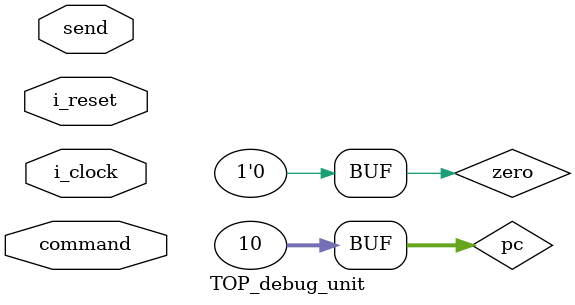
<source format=v>
`timescale 1ns / 1ps

module TOP_debug_unit#(
        parameter BYTE      = 8,
        parameter DWORD     = 32,
        parameter ADDR      = 5,
        parameter RB_ADDR   = 5
    )
    (
        input               i_clock,
        input               i_reset,
        input [BYTE-1:0]    command,
        input               send
    );
    
    wire                uart_du_rx_done;
    wire                uart_du_tx_done;
    wire                uart_du_rx;
    wire                uart_du_tx;
    wire                uart_du_tx_start;
    wire [BYTE-1:0]     uart_du_to_send;
    wire [BYTE-1:0]     uart_du_received;

    wire                mem_enable;
    wire                mem_read_enable;
    wire [DWORD-1:0]    mem_data;
    wire [ADDR-1:0]     mem_addr;

    wire                rb_enable;
    wire                rb_read_enable;
    wire [DWORD-1:0]    rb_data;
    wire [RB_ADDR-1:0]  rb_addr;

    wire                im_enable;
    wire                im_write_enable;
    wire [DWORD-1:0]    im_addr;
    wire [BYTE-1:0]     im_data;


    reg                 zero = 0;
    reg [DWORD-1:0]     pc = 10;
    
    debug_unit debug_unit_1(.i_clock(i_clock),
                            .i_reset(i_reset),
                            .i_hlt(zero),
                            .i_rx_done(uart_du_rx_done),
                            .i_tx_done(uart_du_tx_done),
                            .i_rx_data(uart_du_received),
                            .i_pc_value(pc),
                            .i_dm_data(mem_data),
                            .i_br_data(rb_data),
                            .o_im_data(im_data),
                            .o_im_addr(im_addr),
                            .o_rb_addr(rb_addr),
                            .o_dm_addr(mem_addr),
                            .o_tx_data(uart_du_to_send),
                            .o_tx_start(uart_du_tx_start),
                            .o_im_write_enable(im_write_enable),
                            .o_im_enable(im_enable),
                            .o_rb_read_enable(rb_read_enable),
                            .o_rb_enable(rb_enable),
                            .o_dm_enable(mem_enable),
                            .o_dm_read_enable(mem_read_enable),
                            .o_cu_enable(),
                            .o_pc_enable());
    
    UART UART_debug_unit(.i_clock(i_clock),
                         .i_reset(i_reset),
                         .i_rx(uart_du_rx),
                         .i_tx(uart_du_to_send),
                         .i_tx_start(uart_du_tx_start),
                         .o_rx(uart_du_received),
                         .o_rx_done_tick(uart_du_rx_done),
                         .o_tx(uart_du_tx),
                         .o_tx_done_tick(uart_du_tx_done));
    
    UART UART_external(.i_clock(i_clock),
                         .i_reset(i_reset),
                         .i_rx(uart_du_tx),
                         .i_tx(command),
                         .i_tx_start(send),
                         .o_rx(),
                         .o_rx_done_tick(),
                         .o_tx(uart_du_rx),
                         .o_tx_done_tick());

    data_memory data_memory_1(.i_clock(i_clock),
                              .i_enable(mem_enable),
                              .i_address(mem_addr),
                              .i_mem_read(mem_read_enable),
                              .i_write_data(),
                              .o_read_data(mem_data));

    registers_bank registers_bank_1(.i_clock(i_clock),
                                    .i_enable(rb_enable), // Debug Unit
                                    .i_read_enable(rb_read_enable), // Debug Unit
                                    .i_read_address(rb_addr), // Debug Unit
                                    .i_reset(i_reset),
                                    .i_reg_write(),   // Señal de control RegWrite proveniente de WB
                                    .i_read_reg_a(),
                                    .i_read_reg_b(), 
                                    .i_write_reg(),   // Address 5b
                                    .i_write_data(), // Data 32b
                                    .o_data_a(rb_data),
                                    .o_data_b());

    instruction_memory instruction_memory_1(.i_clock(i_clock),
                                            .i_enable(im_enable),
                                            .i_write_enable(im_write_enable),
                                            .i_read_enable(),
                                            .i_write_data(im_data),
                                            .i_write_addr(im_addr),
                                            .i_addr(),
                                            .o_read_data());
    
endmodule


</source>
